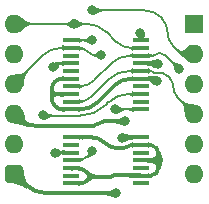
<source format=gtl>
%TF.GenerationSoftware,KiCad,Pcbnew,9.0.2*%
%TF.CreationDate,2025-06-17T11:02:49+02:00*%
%TF.ProjectId,HCP65 Native Memory Select,48435036-3520-44e6-9174-697665204d65,V0*%
%TF.SameCoordinates,Original*%
%TF.FileFunction,Copper,L1,Top*%
%TF.FilePolarity,Positive*%
%FSLAX46Y46*%
G04 Gerber Fmt 4.6, Leading zero omitted, Abs format (unit mm)*
G04 Created by KiCad (PCBNEW 9.0.2) date 2025-06-17 11:02:49*
%MOMM*%
%LPD*%
G01*
G04 APERTURE LIST*
G04 Aperture macros list*
%AMRoundRect*
0 Rectangle with rounded corners*
0 $1 Rounding radius*
0 $2 $3 $4 $5 $6 $7 $8 $9 X,Y pos of 4 corners*
0 Add a 4 corners polygon primitive as box body*
4,1,4,$2,$3,$4,$5,$6,$7,$8,$9,$2,$3,0*
0 Add four circle primitives for the rounded corners*
1,1,$1+$1,$2,$3*
1,1,$1+$1,$4,$5*
1,1,$1+$1,$6,$7*
1,1,$1+$1,$8,$9*
0 Add four rect primitives between the rounded corners*
20,1,$1+$1,$2,$3,$4,$5,0*
20,1,$1+$1,$4,$5,$6,$7,0*
20,1,$1+$1,$6,$7,$8,$9,0*
20,1,$1+$1,$8,$9,$2,$3,0*%
G04 Aperture macros list end*
%TA.AperFunction,ComponentPad*%
%ADD10R,1.600000X1.600000*%
%TD*%
%TA.AperFunction,ComponentPad*%
%ADD11O,1.600000X1.600000*%
%TD*%
%TA.AperFunction,ComponentPad*%
%ADD12RoundRect,0.400000X-0.400000X-0.400000X0.400000X-0.400000X0.400000X0.400000X-0.400000X0.400000X0*%
%TD*%
%TA.AperFunction,SMDPad,CuDef*%
%ADD13R,1.475000X0.450000*%
%TD*%
%TA.AperFunction,ViaPad*%
%ADD14C,0.800000*%
%TD*%
%TA.AperFunction,Conductor*%
%ADD15C,0.380000*%
%TD*%
%TA.AperFunction,Conductor*%
%ADD16C,0.200000*%
%TD*%
G04 APERTURE END LIST*
D10*
%TO.P,J2,12,Pin_12*%
%TO.N,GND*%
X15240000Y0D03*
D11*
%TO.P,J2,11,Pin_11*%
%TO.N,~{Native Latch}*%
X15240000Y-2540000D03*
%TO.P,J2,10,Pin_10*%
%TO.N,unconnected-(J2-Pin_10-Pad10)*%
X15240000Y-5080000D03*
%TO.P,J2,9,Pin_9*%
%TO.N,~{ROM_{OUT}}*%
X15240000Y-7620000D03*
%TO.P,J2,8,Pin_8*%
%TO.N,unconnected-(J2-Pin_8-Pad8)*%
X15240000Y-10160000D03*
%TO.P,J2,7,Pin_7*%
%TO.N,~{RAM_{OUT}}*%
X15240000Y-12700000D03*
D12*
%TO.P,J2,6,Pin_6*%
%TO.N,3.3V*%
X0Y-12700000D03*
D11*
%TO.P,J2,5,Pin_5*%
%TO.N,~{ROM}_{IN}*%
X0Y-10160000D03*
%TO.P,J2,4,Pin_4*%
%TO.N,5V*%
X0Y-7620000D03*
%TO.P,J2,3,Pin_3*%
%TO.N,~{RAM}_{IN}*%
X0Y-5080000D03*
%TO.P,J2,2,Pin_2*%
%TO.N,unconnected-(J2-Pin_2-Pad2)*%
X0Y-2540000D03*
%TO.P,J2,1,Pin_1*%
%TO.N,Native Latch*%
X0Y0D03*
%TD*%
D13*
%TO.P,IC2,14,3V*%
%TO.N,3.3V*%
X10685000Y-9607000D03*
%TO.P,IC2,13,6A*%
%TO.N,GND*%
X10685000Y-10257000D03*
%TO.P,IC2,12,6Y*%
%TO.N,unconnected-(IC2-6Y-Pad12)*%
X10685000Y-10907000D03*
%TO.P,IC2,11,5A*%
%TO.N,GND*%
X10685000Y-11557000D03*
%TO.P,IC2,10,5Y*%
%TO.N,unconnected-(IC2-5Y-Pad10)*%
X10685000Y-12207000D03*
%TO.P,IC2,9,4A*%
%TO.N,GND*%
X10685000Y-12857000D03*
%TO.P,IC2,8,4Y*%
%TO.N,unconnected-(IC2-4Y-Pad8)*%
X10685000Y-13507000D03*
%TO.P,IC2,7,GND*%
%TO.N,GND*%
X4809000Y-13507000D03*
%TO.P,IC2,6,3Y*%
%TO.N,unconnected-(IC2-3Y-Pad6)*%
X4809000Y-12857000D03*
%TO.P,IC2,5,3A*%
%TO.N,GND*%
X4809000Y-12207000D03*
%TO.P,IC2,4,2Y*%
%TO.N,~{Native Latch}*%
X4809000Y-11557000D03*
%TO.P,IC2,3,2A*%
%TO.N,Native Latch*%
X4809000Y-10907000D03*
%TO.P,IC2,2,1Y*%
%TO.N,unconnected-(IC2-1Y-Pad2)*%
X4809000Y-10257000D03*
%TO.P,IC2,1,1A*%
%TO.N,GND*%
X4809000Y-9607000D03*
%TD*%
%TO.P,IC3,20,5V*%
%TO.N,5V*%
X10685000Y-1393000D03*
%TO.P,IC3,19,2~{OE}*%
%TO.N,Native Latch*%
X10685000Y-2043000D03*
%TO.P,IC3,18,1B1*%
%TO.N,~{RAM_{OUT}}*%
X10685000Y-2693000D03*
%TO.P,IC3,17,2A4*%
%TO.N,GND*%
X10685000Y-3343000D03*
%TO.P,IC3,16,1B2*%
%TO.N,~{ROM_{OUT}}*%
X10685000Y-3993000D03*
%TO.P,IC3,15,2A3*%
%TO.N,GND*%
X10685000Y-4643000D03*
%TO.P,IC3,14,1B3*%
%TO.N,unconnected-(IC3-1B3-Pad14)*%
X10685000Y-5293000D03*
%TO.P,IC3,13,2A2*%
%TO.N,~{ROM}_{IN}*%
X10685000Y-5943000D03*
%TO.P,IC3,12,1B4*%
%TO.N,unconnected-(IC3-1B4-Pad12)*%
X10685000Y-6593000D03*
%TO.P,IC3,11,2A1*%
%TO.N,~{RAM}_{IN}*%
X10685000Y-7243000D03*
%TO.P,IC3,10,GND*%
%TO.N,GND*%
X4809000Y-7243000D03*
%TO.P,IC3,9,2B1*%
%TO.N,~{ROM_{OUT}}*%
X4809000Y-6593000D03*
%TO.P,IC3,8,1A4*%
%TO.N,GND*%
X4809000Y-5943000D03*
%TO.P,IC3,7,2B2*%
%TO.N,~{RAM_{OUT}}*%
X4809000Y-5293000D03*
%TO.P,IC3,6,1A3*%
%TO.N,GND*%
X4809000Y-4643000D03*
%TO.P,IC3,5,2B3*%
%TO.N,unconnected-(IC3-2B3-Pad5)*%
X4809000Y-3993000D03*
%TO.P,IC3,4,1A2*%
%TO.N,~{ROM}_{IN}*%
X4809000Y-3343000D03*
%TO.P,IC3,3,2B4*%
%TO.N,unconnected-(IC3-2B4-Pad3)*%
X4809000Y-2693000D03*
%TO.P,IC3,2,1A1*%
%TO.N,~{RAM}_{IN}*%
X4809000Y-2043000D03*
%TO.P,IC3,1,1~{OE}*%
%TO.N,~{Native Latch}*%
X4809000Y-1393000D03*
%TD*%
D14*
%TO.N,GND*%
X12065000Y-4866998D03*
X12128626Y-3366998D03*
%TO.N,~{RAM_{OUT}}*%
X13970000Y-3810000D03*
%TO.N,Native Latch*%
X5080000Y0D03*
X3429000Y-10922000D03*
%TO.N,~{RAM}_{IN}*%
X7366000Y-2667000D03*
%TO.N,GND*%
X12192000Y-11557000D03*
%TO.N,~{ROM}_{IN}*%
X2413000Y-7747000D03*
%TO.N,~{RAM}_{IN}*%
X8509000Y-7243000D03*
%TO.N,3.3V*%
X8636000Y-14351000D03*
X9144000Y-9652000D03*
%TO.N,~{ROM}_{IN}*%
X3302000Y-3683000D03*
%TO.N,5V*%
X9398000Y-8255000D03*
%TO.N,~{Native Latch}*%
X6604000Y-10795000D03*
X6604000Y-1397000D03*
X6604000Y1143000D03*
%TO.N,5V*%
X10668000Y-762000D03*
%TD*%
D15*
%TO.N,3.3V*%
X9220819Y-9607000D02*
G75*
G03*
X9166494Y-9629494I-19J-76800D01*
G01*
X825500Y-13525500D02*
G75*
G03*
X2818433Y-14350996I1992930J1992940D01*
G01*
%TO.N,5V*%
X7149982Y-8436500D02*
G75*
G02*
X6711802Y-8617996I-438182J438200D01*
G01*
X10676500Y-770500D02*
G75*
G02*
X10684991Y-791020I-20500J-20500D01*
G01*
X7588161Y-8255000D02*
G75*
G03*
X7149997Y-8436515I39J-619700D01*
G01*
X499000Y-8119000D02*
G75*
G03*
X1703692Y-8617999I1204690J1204690D01*
G01*
%TO.N,GND*%
X8459958Y-12827000D02*
G75*
G03*
X8326898Y-12882147I42J-188200D01*
G01*
X3542250Y-5969000D02*
G75*
G03*
X3175000Y-6336250I0J-367250D01*
G01*
X3175000Y-5601750D02*
G75*
G03*
X3542250Y-5969000I367250J0D01*
G01*
X3175000Y-6336250D02*
G75*
G03*
X3434686Y-6963182I886610J0D01*
G01*
X6104350Y-12545350D02*
G75*
G03*
X5287500Y-12207000I-816850J-816850D01*
G01*
X11997250Y-10451750D02*
G75*
G03*
X11527081Y-10257007I-470150J-470150D01*
G01*
X11953000Y-4754999D02*
G75*
G03*
X11682608Y-4642996I-270400J-270401D01*
G01*
X4056720Y-4643000D02*
G75*
G03*
X3433244Y-4901244I-20J-881700D01*
G01*
X11997250Y-10451750D02*
G75*
G02*
X12191993Y-10921918I-470150J-470150D01*
G01*
X6211375Y-13222125D02*
G75*
G03*
X6211375Y-12652375I-284875J284875D01*
G01*
X6899124Y-12937250D02*
G75*
G03*
X6211358Y-13222108I-24J-972650D01*
G01*
X6211375Y-12652375D02*
G75*
G03*
X6899124Y-12937225I687725J687775D01*
G01*
X7678987Y-10091987D02*
G75*
G03*
X8763000Y-10541008I1084013J1083987D01*
G01*
X6975362Y-6677137D02*
G75*
G02*
X5609250Y-7243002I-1366122J1366127D01*
G01*
X9847250Y-4643000D02*
G75*
G03*
X8417121Y-5235378I0J-2022510D01*
G01*
X9540000Y-10399000D02*
G75*
G02*
X9197181Y-10540992I-342800J342800D01*
G01*
X9882818Y-10257000D02*
G75*
G03*
X9539995Y-10398995I-18J-484800D01*
G01*
X7661000Y-10074000D02*
G75*
G03*
X6533562Y-9606996I-1127440J-1127430D01*
G01*
X6211375Y-13222125D02*
G75*
G02*
X5523625Y-13507025I-687775J687725D01*
G01*
X11997250Y-12662250D02*
G75*
G02*
X11527081Y-12856993I-470150J470150D01*
G01*
X3433250Y-4901250D02*
G75*
G03*
X3175009Y-5524720I623450J-623450D01*
G01*
X8326875Y-12882125D02*
G75*
G02*
X8193791Y-12937232I-133075J133125D01*
G01*
X12192000Y-12192081D02*
G75*
G02*
X11997255Y-12662255I-664900J-19D01*
G01*
X3444750Y-6973250D02*
G75*
G03*
X4095984Y-7243007I651250J651250D01*
G01*
X12116627Y-3354999D02*
G75*
G03*
X12087658Y-3343039I-28927J-29001D01*
G01*
X3175000Y-6336250D02*
X3175000Y-5601750D01*
D16*
%TO.N,~{RAM_{OUT}}*%
X11969589Y-2590750D02*
G75*
G02*
X11722735Y-2693026I-246889J246850D01*
G01*
X6778420Y-4778579D02*
G75*
G02*
X5536500Y-5292999I-1241920J1241919D01*
G01*
X12852380Y-2692380D02*
G75*
G03*
X12360169Y-2488524I-492180J-492220D01*
G01*
X12216442Y-2488500D02*
G75*
G03*
X11969569Y-2590730I-42J-349100D01*
G01*
X9774500Y-2693000D02*
G75*
G03*
X8220188Y-3336829I0J-2198100D01*
G01*
%TO.N,~{RAM}_{IN}*%
X6218416Y-2367246D02*
G75*
G03*
X6942085Y-2667017I723684J723646D01*
G01*
X6206170Y-2355000D02*
G75*
G03*
X5452935Y-2042965I-753270J-753200D01*
G01*
X3923000Y-2043000D02*
G75*
G03*
X2410502Y-2669495I0J-2139000D01*
G01*
%TO.N,~{Native Latch}*%
X12460085Y493913D02*
G75*
G02*
X12954007Y-698500I-1192385J-1192413D01*
G01*
X6602000Y-1395000D02*
G75*
G03*
X6597171Y-1393012I-4800J-4800D01*
G01*
X12382500Y571499D02*
G75*
G03*
X11002776Y1142990I-1379700J-1379699D01*
G01*
X6207220Y-11191779D02*
G75*
G02*
X5325500Y-11557011I-881720J881679D01*
G01*
X12954000Y-698500D02*
G75*
G03*
X13447920Y-1890908I1686300J0D01*
G01*
X13692888Y-2135888D02*
G75*
G03*
X14668500Y-2540007I975612J975588D01*
G01*
%TO.N,Native Latch*%
X3454606Y-10907000D02*
G75*
G03*
X3436498Y-10914498I-6J-25600D01*
G01*
X8614063Y-1502063D02*
G75*
G03*
X9920000Y-2042992I1305937J1305963D01*
G01*
X7830420Y-718420D02*
G75*
G03*
X6096000Y0I-1734420J-1734420D01*
G01*
%TO.N,~{ROM_{OUT}}*%
X6565912Y-6134087D02*
G75*
G02*
X5458000Y-6593006I-1107912J1107887D01*
G01*
X13131900Y-4578239D02*
G75*
G02*
X13462030Y-5375169I-796900J-796961D01*
G01*
X11686459Y-4056959D02*
G75*
G03*
X11840871Y-4120925I154441J154459D01*
G01*
X11686459Y-4056959D02*
G75*
G03*
X11532047Y-3992975I-154459J-154441D01*
G01*
X13001320Y-4447659D02*
G75*
G03*
X12212499Y-4120925I-788820J-788841D01*
G01*
X13462000Y-5375169D02*
G75*
G03*
X13792090Y-6172108I1127000J-31D01*
G01*
X9696000Y-3993000D02*
G75*
G03*
X8007663Y-4692320I0J-2387700D01*
G01*
%TO.N,~{ROM}_{IN}*%
X2424000Y-7758000D02*
G75*
G03*
X2450556Y-7769018I26600J26600D01*
G01*
X3882416Y-3343000D02*
G75*
G03*
X3471995Y-3512995I-16J-580400D01*
G01*
X9673500Y-5943000D02*
G75*
G03*
X7946757Y-6658234I0J-2442000D01*
G01*
X7749000Y-6856000D02*
G75*
G02*
X5544823Y-7769001I-2204180J2204180D01*
G01*
%TO.N,~{ROM_{OUT}}*%
X6565912Y-6134087D02*
X8007671Y-4692328D01*
X5458000Y-6593000D02*
X4809000Y-6593000D01*
X10685000Y-3993000D02*
X9696000Y-3993000D01*
D15*
%TO.N,GND*%
X9847250Y-4643000D02*
X10685000Y-4643000D01*
X6975362Y-6677137D02*
X8417121Y-5235378D01*
X5356250Y-7243000D02*
X5609250Y-7243000D01*
D16*
%TO.N,~{ROM}_{IN}*%
X2413000Y-7747000D02*
X2424000Y-7758000D01*
X2450556Y-7769000D02*
X5544823Y-7769000D01*
X7946761Y-6658238D02*
X7749000Y-6856000D01*
X9673500Y-5943000D02*
X10685000Y-5943000D01*
%TO.N,~{RAM_{OUT}}*%
X10685000Y-2693000D02*
X9774500Y-2693000D01*
X6778420Y-4778579D02*
X8220179Y-3336820D01*
X5536500Y-5293000D02*
X4809000Y-5293000D01*
%TO.N,Native Latch*%
X8614063Y-1502063D02*
X7830420Y-718420D01*
X9920000Y-2043000D02*
X10685000Y-2043000D01*
X5080000Y0D02*
X6096000Y0D01*
%TO.N,~{ROM_{OUT}}*%
X13792099Y-6172099D02*
X15240000Y-7620000D01*
X11840871Y-4120919D02*
X12212499Y-4120919D01*
X13131900Y-4578239D02*
X13001320Y-4447659D01*
X10685000Y-3993000D02*
X11532047Y-3993000D01*
%TO.N,~{Native Latch}*%
X6604000Y1143000D02*
X11002776Y1143000D01*
X12460085Y493913D02*
X12382500Y571499D01*
X13447914Y-1890914D02*
X13692888Y-2135888D01*
D15*
%TO.N,GND*%
X12087658Y-3343000D02*
X10685000Y-3343000D01*
X12128626Y-3366998D02*
X12116627Y-3354999D01*
X12065000Y-4866998D02*
X11953000Y-4754999D01*
X11682608Y-4643000D02*
X10685000Y-4643000D01*
D16*
%TO.N,~{RAM_{OUT}}*%
X12360169Y-2488500D02*
X12216442Y-2488500D01*
X11722735Y-2693000D02*
X10685000Y-2693000D01*
X13970000Y-3810000D02*
X12852380Y-2692380D01*
%TO.N,~{RAM}_{IN}*%
X6218416Y-2367246D02*
X6206170Y-2355000D01*
X5351585Y-2043000D02*
X5452935Y-2043000D01*
X6942085Y-2667000D02*
X7366000Y-2667000D01*
%TO.N,~{Native Latch}*%
X6597171Y-1393000D02*
X4809000Y-1393000D01*
X6602000Y-1395000D02*
X6604000Y-1397000D01*
%TO.N,Native Latch*%
X3436500Y-10914500D02*
X3429000Y-10922000D01*
X3454606Y-10907000D02*
X4809000Y-10907000D01*
D15*
%TO.N,5V*%
X9398000Y-8255000D02*
X7588161Y-8255000D01*
X6711802Y-8618000D02*
X1703692Y-8618000D01*
X499000Y-8119000D02*
X0Y-7620000D01*
D16*
%TO.N,~{RAM}_{IN}*%
X8509000Y-7243000D02*
X10685000Y-7243000D01*
D15*
%TO.N,GND*%
X3542250Y-5969000D02*
X4783000Y-5969000D01*
X3434684Y-6963184D02*
X3444750Y-6973250D01*
X3175000Y-5601750D02*
X3175000Y-5524720D01*
X4056720Y-4643000D02*
X4809000Y-4643000D01*
X4261750Y-7243000D02*
X4095984Y-7243000D01*
X8763000Y-10541000D02*
X9197181Y-10541000D01*
X7678987Y-10091987D02*
X7661000Y-10074000D01*
X6533562Y-9607000D02*
X4809000Y-9607000D01*
X10685000Y-10257000D02*
X9882818Y-10257000D01*
X12192000Y-11557000D02*
X10685000Y-11557000D01*
X12192000Y-11557000D02*
X12192000Y-10921918D01*
%TO.N,3.3V*%
X9166500Y-9629500D02*
X9144000Y-9652000D01*
X9220819Y-9607000D02*
X10685000Y-9607000D01*
%TO.N,GND*%
X12192000Y-11557000D02*
X12192000Y-12192081D01*
X11527081Y-10257000D02*
X10685000Y-10257000D01*
X11527081Y-12857000D02*
X10685000Y-12857000D01*
X6899124Y-12937250D02*
X8193791Y-12937250D01*
X8459958Y-12827000D02*
X10655000Y-12827000D01*
X5523625Y-13507000D02*
X4809000Y-13507000D01*
X6104350Y-12545350D02*
X6211375Y-12652375D01*
D16*
%TO.N,~{Native Latch}*%
X6604000Y-10795000D02*
X6207220Y-11191779D01*
D15*
%TO.N,3.3V*%
X8636000Y-14351000D02*
X2818433Y-14351000D01*
X825500Y-13525500D02*
X0Y-12700000D01*
D16*
%TO.N,~{ROM}_{IN}*%
X3302000Y-3683000D02*
X3472000Y-3513000D01*
X3882416Y-3343000D02*
X4809000Y-3343000D01*
%TO.N,~{RAM}_{IN}*%
X2410503Y-2669496D02*
X0Y-5080000D01*
X4266415Y-2043000D02*
X3923000Y-2043000D01*
D15*
%TO.N,5V*%
X10668000Y-762000D02*
X10676500Y-770500D01*
X10685000Y-791020D02*
X10685000Y-1393000D01*
D16*
%TO.N,Native Latch*%
X5080000Y0D02*
X0Y0D01*
%TD*%
%TA.AperFunction,Conductor*%
%TO.N,5V*%
G36*
X670848Y-7185824D02*
G01*
X671339Y-7186630D01*
X759551Y-7345297D01*
X760329Y-7347006D01*
X817919Y-7506381D01*
X818341Y-7507840D01*
X851333Y-7657582D01*
X851489Y-7658442D01*
X871509Y-7798389D01*
X900398Y-7978705D01*
X922222Y-8042477D01*
X944045Y-8106248D01*
X944046Y-8106249D01*
X944045Y-8106249D01*
X992908Y-8176694D01*
X1014490Y-8207808D01*
X1065048Y-8253807D01*
X1127895Y-8296431D01*
X1210567Y-8338240D01*
X1210575Y-8338243D01*
X1210580Y-8338245D01*
X1300617Y-8372103D01*
X1307155Y-8378222D01*
X1307626Y-8386669D01*
X1197195Y-8726542D01*
X1191380Y-8733352D01*
X1182687Y-8734127D01*
X1061701Y-8697602D01*
X617882Y-8563615D01*
X151588Y-8464705D01*
X-144562Y-8406875D01*
X-152025Y-8401926D01*
X-153803Y-8393150D01*
X-153798Y-8393124D01*
X-8609Y-7658442D01*
X-1893Y-7624460D01*
X3072Y-7617009D01*
X3079Y-7617003D01*
X654624Y-7182579D01*
X663407Y-7180842D01*
X670848Y-7185824D01*
G37*
%TD.AperFunction*%
%TD*%
%TA.AperFunction,Conductor*%
%TO.N,GND*%
G36*
X5546463Y-12062279D02*
G01*
X5550472Y-12066850D01*
X5563648Y-12093629D01*
X5608028Y-12113127D01*
X5736105Y-12126258D01*
X5828530Y-12136491D01*
X5836374Y-12140808D01*
X5838870Y-12149408D01*
X5837666Y-12153432D01*
X5679441Y-12463964D01*
X5672631Y-12469779D01*
X5663704Y-12469077D01*
X5662516Y-12468380D01*
X5624731Y-12443133D01*
X5566248Y-12431500D01*
X5515082Y-12431500D01*
X5511875Y-12431052D01*
X5466795Y-12418201D01*
X5466789Y-12418200D01*
X5325381Y-12397873D01*
X5250000Y-12387038D01*
X5249999Y-12387038D01*
X5249992Y-12387037D01*
X5029169Y-12390604D01*
X4814715Y-12429417D01*
X4805963Y-12427518D01*
X4801118Y-12419988D01*
X4800938Y-12417512D01*
X4807794Y-12215804D01*
X4811500Y-12207653D01*
X4817189Y-12204729D01*
X5537679Y-12060542D01*
X5546463Y-12062279D01*
G37*
%TD.AperFunction*%
%TD*%
%TA.AperFunction,Conductor*%
%TO.N,GND*%
G36*
X11842824Y-4433825D02*
G01*
X11969938Y-4445218D01*
X11970826Y-4445332D01*
X12131209Y-4472668D01*
X12138789Y-4477437D01*
X12140777Y-4486168D01*
X12140724Y-4486456D01*
X12066453Y-4864687D01*
X12064687Y-4868953D01*
X11849685Y-5189286D01*
X11842229Y-5194246D01*
X11833450Y-5192481D01*
X11832894Y-5192083D01*
X11774852Y-5148002D01*
X11773783Y-5147084D01*
X11721377Y-5096259D01*
X11720363Y-5095141D01*
X11642810Y-4997587D01*
X11642543Y-4997236D01*
X11626818Y-4975747D01*
X11626812Y-4975740D01*
X11557464Y-4897723D01*
X11519785Y-4871650D01*
X11519786Y-4871650D01*
X11519784Y-4871649D01*
X11519782Y-4871648D01*
X11486333Y-4857124D01*
X11473711Y-4851643D01*
X11427122Y-4841275D01*
X11411636Y-4837829D01*
X11344241Y-4833676D01*
X11336195Y-4829747D01*
X11333261Y-4821998D01*
X11333261Y-4464236D01*
X11336688Y-4455963D01*
X11344487Y-4452546D01*
X11642241Y-4440525D01*
X11841396Y-4433786D01*
X11842824Y-4433825D01*
G37*
%TD.AperFunction*%
%TD*%
%TA.AperFunction,Conductor*%
%TO.N,GND*%
G36*
X5544199Y-13286283D02*
G01*
X5549890Y-13293197D01*
X5549897Y-13293218D01*
X5559435Y-13324711D01*
X5592260Y-13335365D01*
X5592262Y-13335365D01*
X5592265Y-13335366D01*
X5636026Y-13325655D01*
X5681599Y-13307329D01*
X5681903Y-13307213D01*
X5718691Y-13293902D01*
X5727635Y-13294310D01*
X5733672Y-13300923D01*
X5734145Y-13302621D01*
X5802684Y-13647136D01*
X5800937Y-13655919D01*
X5793492Y-13660894D01*
X5790539Y-13661100D01*
X5724459Y-13657307D01*
X5724459Y-13657306D01*
X5612551Y-13651469D01*
X5612547Y-13651469D01*
X5564443Y-13667465D01*
X5551242Y-13684081D01*
X5548936Y-13695729D01*
X5543968Y-13703179D01*
X5535186Y-13704933D01*
X5534388Y-13704746D01*
X5528626Y-13703179D01*
X4847168Y-13517842D01*
X4840085Y-13512364D01*
X4838949Y-13503481D01*
X4844427Y-13496398D01*
X4846823Y-13495362D01*
X5535287Y-13285419D01*
X5544199Y-13286283D01*
G37*
%TD.AperFunction*%
%TD*%
%TA.AperFunction,Conductor*%
%TO.N,GND*%
G36*
X4084363Y-7021922D02*
G01*
X4771076Y-7231331D01*
X4777990Y-7237022D01*
X4778854Y-7245935D01*
X4773163Y-7252849D01*
X4770718Y-7253816D01*
X4083701Y-7439683D01*
X4074821Y-7438536D01*
X4069352Y-7431444D01*
X4069150Y-7430563D01*
X4067157Y-7420027D01*
X4055027Y-7403790D01*
X4055025Y-7403788D01*
X4034217Y-7395773D01*
X4012788Y-7387518D01*
X4012786Y-7387518D01*
X3894129Y-7392183D01*
X3827542Y-7395773D01*
X3819096Y-7392796D01*
X3815229Y-7384720D01*
X3815436Y-7381812D01*
X3883963Y-7037323D01*
X3888938Y-7029879D01*
X3897721Y-7028132D01*
X3899485Y-7028629D01*
X3936397Y-7042252D01*
X4015754Y-7069971D01*
X4053939Y-7064452D01*
X4066805Y-7047645D01*
X4069396Y-7031283D01*
X4074075Y-7023649D01*
X4082782Y-7021558D01*
X4084363Y-7021922D01*
G37*
%TD.AperFunction*%
%TD*%
%TA.AperFunction,Conductor*%
%TO.N,~{RAM_{OUT}}*%
G36*
X5541749Y-5073030D02*
G01*
X5547439Y-5079944D01*
X5547566Y-5080390D01*
X5551989Y-5097270D01*
X5555585Y-5110992D01*
X5573821Y-5136102D01*
X5615425Y-5161622D01*
X5665364Y-5174266D01*
X5665368Y-5174267D01*
X5744923Y-5176401D01*
X5753101Y-5180049D01*
X5756165Y-5186267D01*
X5784038Y-5362254D01*
X5781947Y-5370961D01*
X5774312Y-5375640D01*
X5773929Y-5375694D01*
X5709020Y-5383785D01*
X5616216Y-5411965D01*
X5616214Y-5411966D01*
X5564391Y-5451508D01*
X5564390Y-5451509D01*
X5551235Y-5475731D01*
X5551234Y-5475735D01*
X5548627Y-5491618D01*
X5543906Y-5499227D01*
X5535187Y-5501268D01*
X5533862Y-5500971D01*
X4846067Y-5304051D01*
X4839056Y-5298479D01*
X4838039Y-5289583D01*
X4843611Y-5282572D01*
X4845872Y-5281613D01*
X5532838Y-5072165D01*
X5541749Y-5073030D01*
G37*
%TD.AperFunction*%
%TD*%
%TA.AperFunction,Conductor*%
%TO.N,~{RAM}_{IN}*%
G36*
X5543814Y-1856330D02*
G01*
X5549199Y-1863485D01*
X5549254Y-1863707D01*
X5554160Y-1884383D01*
X5570162Y-1905233D01*
X5575010Y-1911550D01*
X5575011Y-1911552D01*
X5643513Y-1952457D01*
X5643515Y-1952458D01*
X5726463Y-1978647D01*
X5726465Y-1978648D01*
X5791749Y-1992550D01*
X5799127Y-1997624D01*
X5800755Y-2006430D01*
X5800121Y-2008471D01*
X5732421Y-2171895D01*
X5726089Y-2178227D01*
X5720181Y-2179029D01*
X5680509Y-2174139D01*
X5608429Y-2181547D01*
X5564072Y-2210465D01*
X5551196Y-2235052D01*
X5551195Y-2235055D01*
X5548428Y-2254471D01*
X5543868Y-2262178D01*
X5535194Y-2264403D01*
X5533429Y-2264010D01*
X4847833Y-2054752D01*
X4840921Y-2049060D01*
X4840059Y-2040146D01*
X4845751Y-2033234D01*
X4848322Y-2032234D01*
X5534948Y-1855079D01*
X5543814Y-1856330D01*
G37*
%TD.AperFunction*%
%TD*%
%TA.AperFunction,Conductor*%
%TO.N,~{Native Latch}*%
G36*
X5542905Y-11336679D02*
G01*
X5548597Y-11343592D01*
X5548906Y-11344853D01*
X5552409Y-11363564D01*
X5552409Y-11363565D01*
X5552410Y-11363566D01*
X5568404Y-11384156D01*
X5620217Y-11399942D01*
X5681088Y-11394430D01*
X5721713Y-11384716D01*
X5730556Y-11386125D01*
X5735561Y-11392479D01*
X5790177Y-11560565D01*
X5789475Y-11569493D01*
X5782666Y-11575308D01*
X5782020Y-11575498D01*
X5777451Y-11576697D01*
X5773816Y-11577651D01*
X5773783Y-11577660D01*
X5773782Y-11577659D01*
X5726937Y-11590247D01*
X5726933Y-11590249D01*
X5726925Y-11590251D01*
X5726921Y-11590253D01*
X5620579Y-11630379D01*
X5620576Y-11630380D01*
X5620576Y-11630381D01*
X5564423Y-11673326D01*
X5550065Y-11711672D01*
X5543954Y-11718218D01*
X5536573Y-11718991D01*
X4851463Y-11566944D01*
X4844129Y-11561806D01*
X4842576Y-11552987D01*
X4847714Y-11545653D01*
X4850584Y-11544331D01*
X5533995Y-11335815D01*
X5542905Y-11336679D01*
G37*
%TD.AperFunction*%
%TD*%
%TA.AperFunction,Conductor*%
%TO.N,~{Native Latch}*%
G36*
X15080527Y-1759964D02*
G01*
X15086179Y-1766910D01*
X15086442Y-1767968D01*
X15239767Y-2535929D01*
X15238026Y-2544713D01*
X15238013Y-2544732D01*
X14802133Y-3195340D01*
X14794681Y-3200306D01*
X14785901Y-3198548D01*
X14785787Y-3198471D01*
X14492387Y-2996863D01*
X14491918Y-2996523D01*
X14284688Y-2838484D01*
X14284021Y-2837935D01*
X14114968Y-2688040D01*
X14114559Y-2687660D01*
X13926005Y-2503697D01*
X13925988Y-2503680D01*
X13674846Y-2257629D01*
X13671335Y-2249392D01*
X13674621Y-2241141D01*
X13723637Y-2190422D01*
X13797975Y-2113499D01*
X13806188Y-2109933D01*
X13813880Y-2112644D01*
X13907150Y-2190422D01*
X13999968Y-2241217D01*
X13999970Y-2241217D01*
X13999971Y-2241218D01*
X14033351Y-2249392D01*
X14086037Y-2262294D01*
X14086037Y-2262293D01*
X14086038Y-2262294D01*
X14090224Y-2262066D01*
X14167410Y-2257880D01*
X14246139Y-2232199D01*
X14324279Y-2189479D01*
X14486998Y-2069827D01*
X14536760Y-2031038D01*
X14537199Y-2030713D01*
X14722231Y-1900619D01*
X14723648Y-1899766D01*
X14898510Y-1810952D01*
X14900442Y-1810180D01*
X15071620Y-1759048D01*
X15080527Y-1759964D01*
G37*
%TD.AperFunction*%
%TD*%
%TA.AperFunction,Conductor*%
%TO.N,~{ROM_{OUT}}*%
G36*
X5542461Y-6372813D02*
G01*
X5548151Y-6379727D01*
X5548528Y-6381386D01*
X5551285Y-6399582D01*
X5564474Y-6423860D01*
X5605340Y-6452597D01*
X5657960Y-6464812D01*
X5743254Y-6462599D01*
X5751611Y-6465810D01*
X5755111Y-6472465D01*
X5782975Y-6648380D01*
X5780885Y-6657087D01*
X5773316Y-6661755D01*
X5713239Y-6671625D01*
X5617225Y-6702316D01*
X5564387Y-6742313D01*
X5550088Y-6783353D01*
X5544129Y-6790038D01*
X5535973Y-6790794D01*
X5533188Y-6790038D01*
X5357403Y-6742313D01*
X4847201Y-6603795D01*
X4840115Y-6598320D01*
X4838976Y-6589438D01*
X4844451Y-6582352D01*
X4846850Y-6581314D01*
X5533550Y-6371948D01*
X5542461Y-6372813D01*
G37*
%TD.AperFunction*%
%TD*%
%TA.AperFunction,Conductor*%
%TO.N,~{ROM}_{IN}*%
G36*
X3973022Y-3242849D02*
G01*
X3981249Y-3246383D01*
X3984569Y-3254548D01*
X3984569Y-3432867D01*
X3981142Y-3441140D01*
X3974540Y-3444447D01*
X3872912Y-3459110D01*
X3872907Y-3459111D01*
X3834528Y-3478327D01*
X3805122Y-3504160D01*
X3805120Y-3504161D01*
X3765237Y-3573228D01*
X3737306Y-3661350D01*
X3737295Y-3661385D01*
X3700067Y-3777572D01*
X3699329Y-3779353D01*
X3640578Y-3893580D01*
X3633747Y-3899370D01*
X3624823Y-3898633D01*
X3623687Y-3897966D01*
X3305055Y-3685701D01*
X3300070Y-3678262D01*
X3300061Y-3678218D01*
X3279445Y-3573228D01*
X3226307Y-3302619D01*
X3228076Y-3293843D01*
X3235534Y-3288886D01*
X3235969Y-3288809D01*
X3529726Y-3242882D01*
X3531388Y-3242744D01*
X3762598Y-3240113D01*
X3762763Y-3240113D01*
X3973022Y-3242849D01*
G37*
%TD.AperFunction*%
%TD*%
%TA.AperFunction,Conductor*%
%TO.N,~{ROM_{OUT}}*%
G36*
X9960455Y-3771947D02*
G01*
X10341262Y-3887968D01*
X10649265Y-3981808D01*
X10656180Y-3987497D01*
X10657047Y-3996410D01*
X10651358Y-4003325D01*
X10649265Y-4004192D01*
X9961223Y-4213818D01*
X9952310Y-4212951D01*
X9946621Y-4206036D01*
X9946559Y-4205824D01*
X9937393Y-4173571D01*
X9937393Y-4173570D01*
X9917482Y-4147080D01*
X9899430Y-4135614D01*
X9872686Y-4118628D01*
X9872684Y-4118627D01*
X9872682Y-4118626D01*
X9819003Y-4102260D01*
X9818988Y-4102257D01*
X9733082Y-4094014D01*
X9725174Y-4089813D01*
X9722500Y-4082368D01*
X9722500Y-3903913D01*
X9725927Y-3895640D01*
X9733384Y-3892242D01*
X9794760Y-3887968D01*
X9880125Y-3863990D01*
X9929672Y-3825042D01*
X9942772Y-3799356D01*
X9945480Y-3781394D01*
X9950102Y-3773726D01*
X9958794Y-3771571D01*
X9960455Y-3771947D01*
G37*
%TD.AperFunction*%
%TD*%
%TA.AperFunction,Conductor*%
%TO.N,GND*%
G36*
X9960710Y-4422327D02*
G01*
X10649235Y-4631801D01*
X10656153Y-4637487D01*
X10657023Y-4646399D01*
X10651337Y-4653317D01*
X10649240Y-4654186D01*
X9960001Y-4864190D01*
X9951088Y-4863323D01*
X9945399Y-4856408D01*
X9945095Y-4855170D01*
X9939121Y-4823301D01*
X9939120Y-4823300D01*
X9939120Y-4823299D01*
X9917793Y-4807657D01*
X9889236Y-4810786D01*
X9889229Y-4810788D01*
X9859417Y-4822296D01*
X9858828Y-4822505D01*
X9840655Y-4828426D01*
X9831728Y-4827731D01*
X9825907Y-4820926D01*
X9825333Y-4817481D01*
X9820177Y-4469458D01*
X9823481Y-4461136D01*
X9831703Y-4457587D01*
X9835305Y-4458100D01*
X9854939Y-4464126D01*
X9855158Y-4464196D01*
X9896900Y-4478084D01*
X9896900Y-4478083D01*
X9896901Y-4478084D01*
X9913661Y-4475384D01*
X9930422Y-4472685D01*
X9942865Y-4453658D01*
X9945705Y-4431997D01*
X9950178Y-4424242D01*
X9958826Y-4421919D01*
X9960710Y-4422327D01*
G37*
%TD.AperFunction*%
%TD*%
%TA.AperFunction,Conductor*%
%TO.N,GND*%
G36*
X5543697Y-7022437D02*
G01*
X5549388Y-7029351D01*
X5549532Y-7029866D01*
X5557969Y-7062878D01*
X5587106Y-7078503D01*
X5626005Y-7075269D01*
X5666585Y-7063621D01*
X5666940Y-7063527D01*
X5698280Y-7055862D01*
X5707130Y-7057225D01*
X5712424Y-7064447D01*
X5712659Y-7065700D01*
X5758478Y-7413733D01*
X5756160Y-7422383D01*
X5748405Y-7426860D01*
X5744876Y-7426787D01*
X5702815Y-7419483D01*
X5606808Y-7405347D01*
X5606807Y-7405347D01*
X5564240Y-7419217D01*
X5551217Y-7437867D01*
X5548665Y-7453379D01*
X5543940Y-7460986D01*
X5535221Y-7463025D01*
X5533732Y-7462679D01*
X4844886Y-7254286D01*
X4837960Y-7248610D01*
X4837075Y-7239699D01*
X4842751Y-7232773D01*
X4844859Y-7231896D01*
X5534785Y-7021571D01*
X5543697Y-7022437D01*
G37*
%TD.AperFunction*%
%TD*%
%TA.AperFunction,Conductor*%
%TO.N,~{ROM}_{IN}*%
G36*
X2644676Y-7421328D02*
G01*
X2645057Y-7421594D01*
X2791803Y-7528830D01*
X2791814Y-7528838D01*
X2791813Y-7528838D01*
X2890887Y-7600887D01*
X2890895Y-7600892D01*
X2890896Y-7600892D01*
X2890897Y-7600893D01*
X3000693Y-7648738D01*
X3077429Y-7662009D01*
X3088744Y-7663967D01*
X3095373Y-7664253D01*
X3194120Y-7668516D01*
X3202236Y-7672296D01*
X3205314Y-7680205D01*
X3205314Y-7858143D01*
X3201887Y-7866416D01*
X3194488Y-7869810D01*
X3070964Y-7879061D01*
X2970955Y-7906059D01*
X2970953Y-7906060D01*
X2892621Y-7945207D01*
X2892615Y-7945211D01*
X2823273Y-7991734D01*
X2786728Y-8017132D01*
X2785763Y-8017735D01*
X2660339Y-8087895D01*
X2658656Y-8088668D01*
X2584362Y-8115921D01*
X2583170Y-8116288D01*
X2502923Y-8136343D01*
X2494066Y-8135024D01*
X2488735Y-8127829D01*
X2488616Y-8127303D01*
X2466542Y-8017735D01*
X2412963Y-7751780D01*
X2414689Y-7742994D01*
X2414718Y-7742950D01*
X2628442Y-7424522D01*
X2635897Y-7419563D01*
X2644676Y-7421328D01*
G37*
%TD.AperFunction*%
%TD*%
%TA.AperFunction,Conductor*%
%TO.N,~{ROM}_{IN}*%
G36*
X9960455Y-5721947D02*
G01*
X10341262Y-5837968D01*
X10649265Y-5931808D01*
X10656180Y-5937497D01*
X10657047Y-5946410D01*
X10651358Y-5953325D01*
X10649265Y-5954192D01*
X9961223Y-6163818D01*
X9952310Y-6162951D01*
X9946621Y-6156036D01*
X9946559Y-6155824D01*
X9937393Y-6123571D01*
X9937393Y-6123570D01*
X9917482Y-6097080D01*
X9899430Y-6085614D01*
X9872686Y-6068628D01*
X9872684Y-6068627D01*
X9872682Y-6068626D01*
X9819003Y-6052260D01*
X9818988Y-6052257D01*
X9733082Y-6044014D01*
X9725174Y-6039813D01*
X9722500Y-6032368D01*
X9722500Y-5853913D01*
X9725927Y-5845640D01*
X9733384Y-5842242D01*
X9794760Y-5837968D01*
X9880125Y-5813990D01*
X9929672Y-5775042D01*
X9942772Y-5749356D01*
X9945480Y-5731394D01*
X9950102Y-5723726D01*
X9958794Y-5721571D01*
X9960455Y-5721947D01*
G37*
%TD.AperFunction*%
%TD*%
%TA.AperFunction,Conductor*%
%TO.N,~{RAM_{OUT}}*%
G36*
X9960703Y-2472022D02*
G01*
X10649265Y-2681794D01*
X10656179Y-2687483D01*
X10657046Y-2696396D01*
X10651357Y-2703311D01*
X10649264Y-2704178D01*
X9960842Y-2913931D01*
X9951929Y-2913064D01*
X9946240Y-2906149D01*
X9945906Y-2904748D01*
X9940887Y-2875948D01*
X9940887Y-2875947D01*
X9925209Y-2847014D01*
X9925208Y-2847013D01*
X9891768Y-2818593D01*
X9851281Y-2802241D01*
X9786106Y-2794231D01*
X9778312Y-2789820D01*
X9775834Y-2782792D01*
X9773180Y-2604242D01*
X9776484Y-2595922D01*
X9784228Y-2592389D01*
X9810891Y-2590911D01*
X9883978Y-2570962D01*
X9929936Y-2531860D01*
X9942805Y-2503643D01*
X9945697Y-2481684D01*
X9950174Y-2473933D01*
X9958824Y-2471615D01*
X9960703Y-2472022D01*
G37*
%TD.AperFunction*%
%TD*%
%TA.AperFunction,Conductor*%
%TO.N,Native Latch*%
G36*
X9960658Y-1822011D02*
G01*
X10061322Y-1852703D01*
X10648829Y-2031827D01*
X10655743Y-2037517D01*
X10656608Y-2046430D01*
X10650918Y-2053344D01*
X10648753Y-2054232D01*
X9958638Y-2259527D01*
X9949731Y-2258602D01*
X9944111Y-2251725D01*
X9930107Y-2205793D01*
X9888986Y-2170184D01*
X9835268Y-2149054D01*
X9835265Y-2149053D01*
X9746509Y-2136813D01*
X9738781Y-2132288D01*
X9736517Y-2123625D01*
X9736551Y-2123393D01*
X9747505Y-2054232D01*
X9764452Y-1947225D01*
X9769131Y-1939592D01*
X9775664Y-1937362D01*
X9809384Y-1936376D01*
X9883715Y-1917762D01*
X9929901Y-1880097D01*
X9929901Y-1880096D01*
X9929902Y-1880096D01*
X9942799Y-1852703D01*
X9942800Y-1852701D01*
X9945653Y-1831631D01*
X9950159Y-1823895D01*
X9958817Y-1821609D01*
X9960658Y-1822011D01*
G37*
%TD.AperFunction*%
%TD*%
%TA.AperFunction,Conductor*%
%TO.N,Native Latch*%
G36*
X5170093Y389053D02*
G01*
X5272213Y361442D01*
X5273871Y360857D01*
X5360930Y322550D01*
X5362799Y321515D01*
X5492679Y233162D01*
X5492837Y233052D01*
X5590353Y164335D01*
X5704937Y118068D01*
X5780332Y104758D01*
X5780341Y104757D01*
X5861219Y100573D01*
X5869304Y96724D01*
X5872314Y88889D01*
X5872314Y-89215D01*
X5868887Y-97488D01*
X5861565Y-100876D01*
X5737879Y-110958D01*
X5638285Y-140312D01*
X5638283Y-140313D01*
X5560821Y-182786D01*
X5492709Y-233146D01*
X5442372Y-271265D01*
X5441198Y-272048D01*
X5321352Y-341858D01*
X5319569Y-342704D01*
X5247822Y-369592D01*
X5246578Y-369981D01*
X5189235Y-384444D01*
X5169942Y-389310D01*
X5161083Y-388011D01*
X5155736Y-380828D01*
X5155611Y-380277D01*
X5153458Y-369592D01*
X5079465Y-2308D01*
X5079465Y2308D01*
X5155569Y380070D01*
X5160563Y387503D01*
X5169350Y389229D01*
X5170093Y389053D01*
G37*
%TD.AperFunction*%
%TD*%
%TA.AperFunction,Conductor*%
%TO.N,~{ROM_{OUT}}*%
G36*
X14198474Y-6436547D02*
G01*
X14301601Y-6533364D01*
X14301604Y-6533366D01*
X14301606Y-6533368D01*
X14401640Y-6613216D01*
X14493572Y-6671992D01*
X14580664Y-6713356D01*
X14639579Y-6732378D01*
X14666175Y-6740966D01*
X14666177Y-6740966D01*
X14666179Y-6740967D01*
X14753377Y-6758485D01*
X14945873Y-6777876D01*
X15091514Y-6790305D01*
X15092193Y-6790384D01*
X15383923Y-6833573D01*
X15391606Y-6838175D01*
X15393784Y-6846860D01*
X15393688Y-6847418D01*
X15242227Y-7613020D01*
X15237259Y-7620470D01*
X15233020Y-7622227D01*
X14467315Y-7773709D01*
X14458534Y-7771952D01*
X14453566Y-7764502D01*
X14453492Y-7764088D01*
X14416213Y-7526351D01*
X14416123Y-7525616D01*
X14397876Y-7325876D01*
X14397876Y-7325873D01*
X14372748Y-7099645D01*
X14327165Y-6945514D01*
X14288254Y-6866921D01*
X14235073Y-6784227D01*
X14154608Y-6683032D01*
X14056538Y-6578473D01*
X14053379Y-6570095D01*
X14056799Y-6562198D01*
X14182194Y-6436803D01*
X14190466Y-6433377D01*
X14198474Y-6436547D01*
G37*
%TD.AperFunction*%
%TD*%
%TA.AperFunction,Conductor*%
%TO.N,~{ROM_{OUT}}*%
G36*
X11418434Y-3773673D02*
G01*
X11424113Y-3780597D01*
X11424489Y-3782273D01*
X11427944Y-3805566D01*
X11447013Y-3840444D01*
X11476058Y-3865975D01*
X11548371Y-3894415D01*
X11597709Y-3899959D01*
X11598082Y-3900001D01*
X11605921Y-3904330D01*
X11608403Y-3912934D01*
X11607585Y-3916107D01*
X11539313Y-4080867D01*
X11532980Y-4087198D01*
X11531020Y-4087814D01*
X11480215Y-4099001D01*
X11439669Y-4138668D01*
X11427146Y-4172557D01*
X11427145Y-4172561D01*
X11423946Y-4203846D01*
X11419695Y-4211728D01*
X11411117Y-4214295D01*
X11408891Y-4213846D01*
X10720871Y-4003848D01*
X10713959Y-3998156D01*
X10713097Y-3989242D01*
X10718789Y-3982330D01*
X10720887Y-3981463D01*
X11409523Y-3772793D01*
X11418434Y-3773673D01*
G37*
%TD.AperFunction*%
%TD*%
%TA.AperFunction,Conductor*%
%TO.N,~{Native Latch}*%
G36*
X6694093Y1532053D02*
G01*
X6796213Y1504442D01*
X6797871Y1503857D01*
X6884930Y1465550D01*
X6886799Y1464515D01*
X7016679Y1376162D01*
X7016837Y1376052D01*
X7114353Y1307335D01*
X7228937Y1261068D01*
X7304332Y1247758D01*
X7304341Y1247757D01*
X7385219Y1243573D01*
X7393304Y1239724D01*
X7396314Y1231889D01*
X7396314Y1053784D01*
X7392887Y1045511D01*
X7385565Y1042123D01*
X7261880Y1032042D01*
X7162287Y1002688D01*
X7162285Y1002687D01*
X7162283Y1002686D01*
X7084821Y960213D01*
X7084820Y960212D01*
X7016763Y909894D01*
X6966359Y871724D01*
X6965202Y870953D01*
X6845351Y801141D01*
X6843570Y800296D01*
X6776730Y775246D01*
X6771822Y773407D01*
X6770583Y773019D01*
X6693939Y753688D01*
X6685083Y754988D01*
X6679736Y762171D01*
X6679611Y762722D01*
X6677505Y773178D01*
X6603465Y1140691D01*
X6603465Y1145308D01*
X6679569Y1523070D01*
X6684563Y1530503D01*
X6693350Y1532229D01*
X6694093Y1532053D01*
G37*
%TD.AperFunction*%
%TD*%
%TA.AperFunction,Conductor*%
%TO.N,GND*%
G36*
X11418511Y-3122797D02*
G01*
X11424200Y-3129712D01*
X11424569Y-3131326D01*
X11426646Y-3144699D01*
X11426646Y-3144700D01*
X11438183Y-3162811D01*
X11438182Y-3162811D01*
X11478014Y-3178452D01*
X11478014Y-3178451D01*
X11478015Y-3178452D01*
X11531182Y-3175291D01*
X11586705Y-3163723D01*
X11587022Y-3163662D01*
X11633770Y-3155420D01*
X11642511Y-3157358D01*
X11647322Y-3164910D01*
X11647500Y-3166942D01*
X11647500Y-3519056D01*
X11644073Y-3527329D01*
X11635800Y-3530756D01*
X11633769Y-3530578D01*
X11586864Y-3522308D01*
X11483489Y-3507158D01*
X11440293Y-3521279D01*
X11427222Y-3539782D01*
X11424700Y-3554854D01*
X11419955Y-3562448D01*
X11411230Y-3564462D01*
X11409751Y-3564115D01*
X10862634Y-3397424D01*
X10720733Y-3354191D01*
X10713819Y-3348503D01*
X10712952Y-3339590D01*
X10718641Y-3332675D01*
X10720732Y-3331808D01*
X11409600Y-3121930D01*
X11418511Y-3122797D01*
G37*
%TD.AperFunction*%
%TD*%
%TA.AperFunction,Conductor*%
%TO.N,GND*%
G36*
X12047388Y-2979113D02*
G01*
X12052878Y-2986187D01*
X12053064Y-2986967D01*
X12129160Y-3364687D01*
X12129160Y-3369309D01*
X12053004Y-3747324D01*
X12048010Y-3754757D01*
X12039223Y-3756483D01*
X12038719Y-3756369D01*
X11942411Y-3732499D01*
X11941268Y-3732153D01*
X11856400Y-3701640D01*
X11855057Y-3701060D01*
X11725414Y-3635168D01*
X11725156Y-3635033D01*
X11652937Y-3596036D01*
X11652936Y-3596035D01*
X11652933Y-3596034D01*
X11525457Y-3550882D01*
X11441302Y-3537735D01*
X11441295Y-3537734D01*
X11441291Y-3537734D01*
X11347485Y-3533503D01*
X11339374Y-3529707D01*
X11336312Y-3521815D01*
X11336312Y-3164179D01*
X11339739Y-3155906D01*
X11347478Y-3152491D01*
X11474745Y-3146697D01*
X11474755Y-3146695D01*
X11474760Y-3146695D01*
X11578674Y-3129518D01*
X11578674Y-3129517D01*
X11578680Y-3129517D01*
X11738787Y-3072897D01*
X11838367Y-3032890D01*
X11839611Y-3032472D01*
X12038504Y-2977994D01*
X12047388Y-2979113D01*
G37*
%TD.AperFunction*%
%TD*%
%TA.AperFunction,Conductor*%
%TO.N,GND*%
G36*
X11418511Y-4422797D02*
G01*
X11424200Y-4429712D01*
X11424569Y-4431326D01*
X11426646Y-4444699D01*
X11426646Y-4444700D01*
X11438183Y-4462811D01*
X11438182Y-4462811D01*
X11478014Y-4478452D01*
X11478014Y-4478451D01*
X11478015Y-4478452D01*
X11531182Y-4475291D01*
X11586705Y-4463723D01*
X11587022Y-4463662D01*
X11633770Y-4455420D01*
X11642511Y-4457358D01*
X11647322Y-4464910D01*
X11647500Y-4466942D01*
X11647500Y-4819056D01*
X11644073Y-4827329D01*
X11635800Y-4830756D01*
X11633769Y-4830578D01*
X11586864Y-4822308D01*
X11483489Y-4807158D01*
X11440293Y-4821279D01*
X11427222Y-4839782D01*
X11424700Y-4854854D01*
X11419955Y-4862448D01*
X11411230Y-4864462D01*
X11409751Y-4864115D01*
X10862634Y-4697424D01*
X10720733Y-4654191D01*
X10713819Y-4648503D01*
X10712952Y-4639590D01*
X10718641Y-4632675D01*
X10720732Y-4631808D01*
X11409600Y-4421930D01*
X11418511Y-4422797D01*
G37*
%TD.AperFunction*%
%TD*%
%TA.AperFunction,Conductor*%
%TO.N,~{RAM_{OUT}}*%
G36*
X11417689Y-2473048D02*
G01*
X11423378Y-2479963D01*
X11423440Y-2480175D01*
X11432606Y-2512428D01*
X11432606Y-2512429D01*
X11432608Y-2512431D01*
X11452517Y-2538919D01*
X11497314Y-2567372D01*
X11550999Y-2583740D01*
X11636919Y-2591984D01*
X11644826Y-2596186D01*
X11647500Y-2603631D01*
X11647500Y-2782086D01*
X11644073Y-2790359D01*
X11636613Y-2793758D01*
X11575239Y-2798032D01*
X11575234Y-2798033D01*
X11489875Y-2822009D01*
X11440329Y-2860956D01*
X11427228Y-2886642D01*
X11427228Y-2886643D01*
X11424519Y-2904604D01*
X11419897Y-2912274D01*
X11411205Y-2914428D01*
X11409540Y-2914051D01*
X10925144Y-2766469D01*
X10720733Y-2704191D01*
X10713819Y-2698503D01*
X10712952Y-2689590D01*
X10718641Y-2682675D01*
X10720732Y-2681808D01*
X11408776Y-2472181D01*
X11417689Y-2473048D01*
G37*
%TD.AperFunction*%
%TD*%
%TA.AperFunction,Conductor*%
%TO.N,~{RAM_{OUT}}*%
G36*
X13488679Y-3186019D02*
G01*
X13583267Y-3266350D01*
X13674447Y-3316015D01*
X13717965Y-3328711D01*
X13759255Y-3340757D01*
X13759256Y-3340757D01*
X13759259Y-3340758D01*
X13842962Y-3353301D01*
X13905582Y-3361950D01*
X13906967Y-3362227D01*
X14041078Y-3397609D01*
X14042922Y-3398267D01*
X14107236Y-3427517D01*
X14112671Y-3429989D01*
X14113826Y-3430594D01*
X14181686Y-3471117D01*
X14187032Y-3478301D01*
X14185732Y-3487161D01*
X14185431Y-3487638D01*
X13972011Y-3808743D01*
X13968743Y-3812011D01*
X13647813Y-4025314D01*
X13639026Y-4027040D01*
X13631593Y-4022046D01*
X13631191Y-4021397D01*
X13578503Y-3929658D01*
X13577745Y-3928072D01*
X13543271Y-3839422D01*
X13542685Y-3837383D01*
X13513313Y-3683025D01*
X13513279Y-3682835D01*
X13513190Y-3682322D01*
X13492921Y-3565326D01*
X13444615Y-3451588D01*
X13400718Y-3388869D01*
X13346477Y-3328710D01*
X13343484Y-3320271D01*
X13346894Y-3312604D01*
X13472834Y-3186664D01*
X13481106Y-3183238D01*
X13488679Y-3186019D01*
G37*
%TD.AperFunction*%
%TD*%
%TA.AperFunction,Conductor*%
%TO.N,~{RAM}_{IN}*%
G36*
X7284306Y-2279538D02*
G01*
X7290199Y-2286280D01*
X7290583Y-2287716D01*
X7365961Y-2662600D01*
X7364233Y-2671386D01*
X7364203Y-2671430D01*
X7150080Y-2990196D01*
X7142622Y-2995153D01*
X7134174Y-2993598D01*
X6894696Y-2844162D01*
X6894688Y-2844157D01*
X6894685Y-2844155D01*
X6894684Y-2844155D01*
X6842932Y-2821208D01*
X6666104Y-2742803D01*
X6583198Y-2708675D01*
X6576852Y-2702357D01*
X6576833Y-2693404D01*
X6644975Y-2528902D01*
X6651307Y-2522572D01*
X6658795Y-2522076D01*
X6765745Y-2550575D01*
X6765746Y-2550574D01*
X6765747Y-2550575D01*
X6765748Y-2550575D01*
X6794015Y-2550116D01*
X6812863Y-2549811D01*
X6854391Y-2540118D01*
X6926511Y-2499829D01*
X6993781Y-2441473D01*
X7052539Y-2389234D01*
X7053827Y-2388242D01*
X7158582Y-2318769D01*
X7161293Y-2317440D01*
X7275372Y-2278936D01*
X7284306Y-2279538D01*
G37*
%TD.AperFunction*%
%TD*%
%TA.AperFunction,Conductor*%
%TO.N,~{Native Latch}*%
G36*
X5541689Y-1173048D02*
G01*
X5547378Y-1179963D01*
X5547440Y-1180175D01*
X5556606Y-1212428D01*
X5556606Y-1212429D01*
X5556608Y-1212431D01*
X5576517Y-1238919D01*
X5621314Y-1267372D01*
X5674999Y-1283740D01*
X5760919Y-1291984D01*
X5768826Y-1296186D01*
X5771500Y-1303631D01*
X5771500Y-1482086D01*
X5768073Y-1490359D01*
X5760613Y-1493758D01*
X5699239Y-1498032D01*
X5699234Y-1498033D01*
X5613875Y-1522009D01*
X5564329Y-1560956D01*
X5551228Y-1586642D01*
X5551228Y-1586643D01*
X5548519Y-1604604D01*
X5543897Y-1612274D01*
X5535205Y-1614428D01*
X5533540Y-1614051D01*
X4844734Y-1404191D01*
X4837819Y-1398502D01*
X4836952Y-1389589D01*
X4842641Y-1382674D01*
X4844723Y-1381811D01*
X5532776Y-1172181D01*
X5541689Y-1173048D01*
G37*
%TD.AperFunction*%
%TD*%
%TA.AperFunction,Conductor*%
%TO.N,~{Native Latch}*%
G36*
X6522920Y-1008986D02*
G01*
X6528264Y-1016172D01*
X6528388Y-1016718D01*
X6604036Y-1392218D01*
X6602310Y-1401005D01*
X6602281Y-1401049D01*
X6388452Y-1719634D01*
X6380996Y-1724594D01*
X6372217Y-1722829D01*
X6371983Y-1722667D01*
X6246303Y-1633810D01*
X6145397Y-1563604D01*
X6145386Y-1563598D01*
X6032816Y-1514350D01*
X6032814Y-1514349D01*
X6032813Y-1514349D01*
X5938746Y-1498169D01*
X5938743Y-1498168D01*
X5938736Y-1498168D01*
X5822910Y-1493456D01*
X5814783Y-1489696D01*
X5811686Y-1481766D01*
X5811686Y-1303797D01*
X5815113Y-1295524D01*
X5822447Y-1292135D01*
X5946087Y-1282205D01*
X6045746Y-1253279D01*
X6123365Y-1211410D01*
X6123366Y-1211410D01*
X6143811Y-1196551D01*
X6191653Y-1161782D01*
X6239729Y-1125915D01*
X6240853Y-1125175D01*
X6361636Y-1055301D01*
X6363390Y-1054473D01*
X6435584Y-1027519D01*
X6436807Y-1027137D01*
X6514062Y-1007683D01*
X6522920Y-1008986D01*
G37*
%TD.AperFunction*%
%TD*%
%TA.AperFunction,Conductor*%
%TO.N,Native Latch*%
G36*
X4084455Y-10685947D02*
G01*
X4465262Y-10801968D01*
X4773265Y-10895808D01*
X4780180Y-10901497D01*
X4781047Y-10910410D01*
X4775358Y-10917325D01*
X4773265Y-10918192D01*
X4085223Y-11127818D01*
X4076310Y-11126951D01*
X4070621Y-11120036D01*
X4070559Y-11119824D01*
X4061393Y-11087571D01*
X4061393Y-11087570D01*
X4041482Y-11061080D01*
X4023430Y-11049614D01*
X3996686Y-11032628D01*
X3996684Y-11032627D01*
X3996682Y-11032626D01*
X3943003Y-11016260D01*
X3942988Y-11016257D01*
X3857082Y-11008014D01*
X3849174Y-11003813D01*
X3846500Y-10996368D01*
X3846500Y-10817913D01*
X3849927Y-10809640D01*
X3857384Y-10806242D01*
X3918760Y-10801968D01*
X4004125Y-10777990D01*
X4053672Y-10739042D01*
X4066772Y-10713356D01*
X4069480Y-10695394D01*
X4074102Y-10687726D01*
X4082794Y-10685571D01*
X4084455Y-10685947D01*
G37*
%TD.AperFunction*%
%TD*%
%TA.AperFunction,Conductor*%
%TO.N,Native Latch*%
G36*
X3519042Y-10532872D02*
G01*
X3619990Y-10559659D01*
X3621535Y-10560187D01*
X3708215Y-10596738D01*
X3709973Y-10597664D01*
X3840020Y-10680904D01*
X3840203Y-10681023D01*
X3932979Y-10742930D01*
X4049976Y-10788973D01*
X4126987Y-10802247D01*
X4210203Y-10806440D01*
X4218293Y-10810279D01*
X4221314Y-10818125D01*
X4221314Y-10995938D01*
X4217887Y-11004211D01*
X4210270Y-11007620D01*
X4073751Y-11015284D01*
X3970008Y-11040760D01*
X3886676Y-11084368D01*
X3886666Y-11084374D01*
X3800385Y-11147031D01*
X3800353Y-11147054D01*
X3661042Y-11247510D01*
X3652327Y-11249569D01*
X3644709Y-11244863D01*
X3644484Y-11244540D01*
X3430718Y-10926049D01*
X3428953Y-10917270D01*
X3428963Y-10917218D01*
X3504581Y-10541869D01*
X3509574Y-10534439D01*
X3518361Y-10532713D01*
X3519042Y-10532872D01*
G37*
%TD.AperFunction*%
%TD*%
%TA.AperFunction,Conductor*%
%TO.N,5V*%
G36*
X9316697Y-7867171D02*
G01*
X9322247Y-7874199D01*
X9322459Y-7875073D01*
X9398534Y-8252689D01*
X9398534Y-8257311D01*
X9322452Y-8634961D01*
X9317458Y-8642394D01*
X9308671Y-8644120D01*
X9307829Y-8643917D01*
X9130420Y-8594264D01*
X9128783Y-8593671D01*
X9000395Y-8536056D01*
X9000125Y-8535931D01*
X8940886Y-8507519D01*
X8940881Y-8507517D01*
X8940877Y-8507515D01*
X8940873Y-8507513D01*
X8940869Y-8507512D01*
X8806619Y-8462821D01*
X8717853Y-8449727D01*
X8616893Y-8445472D01*
X8608772Y-8441699D01*
X8605686Y-8433782D01*
X8605686Y-8076091D01*
X8609113Y-8067818D01*
X8616761Y-8064408D01*
X8742001Y-8057716D01*
X8844370Y-8037994D01*
X8926038Y-8009027D01*
X9000250Y-7974009D01*
X9122945Y-7918562D01*
X9124569Y-7917969D01*
X9307805Y-7866126D01*
X9316697Y-7867171D01*
G37*
%TD.AperFunction*%
%TD*%
%TA.AperFunction,Conductor*%
%TO.N,~{RAM}_{IN}*%
G36*
X9960455Y-7021947D02*
G01*
X10341262Y-7137968D01*
X10649265Y-7231808D01*
X10656180Y-7237497D01*
X10657047Y-7246410D01*
X10651358Y-7253325D01*
X10649265Y-7254192D01*
X9961223Y-7463818D01*
X9952310Y-7462951D01*
X9946621Y-7456036D01*
X9946559Y-7455824D01*
X9937393Y-7423571D01*
X9937393Y-7423570D01*
X9917482Y-7397080D01*
X9899430Y-7385614D01*
X9872686Y-7368628D01*
X9872684Y-7368627D01*
X9872682Y-7368626D01*
X9819003Y-7352260D01*
X9818988Y-7352257D01*
X9733082Y-7344014D01*
X9725174Y-7339813D01*
X9722500Y-7332368D01*
X9722500Y-7153913D01*
X9725927Y-7145640D01*
X9733384Y-7142242D01*
X9794760Y-7137968D01*
X9880125Y-7113990D01*
X9929672Y-7075042D01*
X9942772Y-7049356D01*
X9945480Y-7031394D01*
X9950102Y-7023726D01*
X9958794Y-7021571D01*
X9960455Y-7021947D01*
G37*
%TD.AperFunction*%
%TD*%
%TA.AperFunction,Conductor*%
%TO.N,~{RAM}_{IN}*%
G36*
X8599093Y-6853946D02*
G01*
X8701217Y-6881558D01*
X8702871Y-6882142D01*
X8789930Y-6920449D01*
X8791799Y-6921484D01*
X8859718Y-6967686D01*
X8921763Y-7009894D01*
X9019356Y-7078665D01*
X9133938Y-7124932D01*
X9209327Y-7138241D01*
X9209336Y-7138241D01*
X9209341Y-7138242D01*
X9290218Y-7142426D01*
X9298303Y-7146275D01*
X9301314Y-7154110D01*
X9301314Y-7332215D01*
X9297887Y-7340488D01*
X9290565Y-7343876D01*
X9166879Y-7353958D01*
X9067285Y-7383312D01*
X9067283Y-7383313D01*
X8989821Y-7425786D01*
X8921709Y-7476146D01*
X8871372Y-7514265D01*
X8870198Y-7515048D01*
X8750352Y-7584858D01*
X8748569Y-7585704D01*
X8676822Y-7612592D01*
X8675578Y-7612981D01*
X8618235Y-7627444D01*
X8598942Y-7632310D01*
X8590083Y-7631011D01*
X8584736Y-7623828D01*
X8584611Y-7623277D01*
X8582458Y-7612592D01*
X8508465Y-7245308D01*
X8508465Y-7240691D01*
X8584569Y-6862927D01*
X8589563Y-6855496D01*
X8598350Y-6853770D01*
X8599093Y-6853946D01*
G37*
%TD.AperFunction*%
%TD*%
%TA.AperFunction,Conductor*%
%TO.N,GND*%
G36*
X4084081Y-5741341D02*
G01*
X4771286Y-5932245D01*
X4778340Y-5937761D01*
X4779427Y-5946650D01*
X4773911Y-5953704D01*
X4771564Y-5954710D01*
X4081846Y-6164847D01*
X4072933Y-6163980D01*
X4067547Y-6157933D01*
X4057133Y-6131411D01*
X4020315Y-6121317D01*
X4020314Y-6121317D01*
X3972220Y-6131411D01*
X3917030Y-6142994D01*
X3917019Y-6142996D01*
X3917007Y-6142999D01*
X3860789Y-6155757D01*
X3851963Y-6154246D01*
X3846790Y-6146936D01*
X3846500Y-6144347D01*
X3846500Y-5792787D01*
X3849927Y-5784514D01*
X3858200Y-5781087D01*
X3860093Y-5781242D01*
X3891383Y-5786403D01*
X3904925Y-5788637D01*
X3904933Y-5788638D01*
X4010567Y-5802132D01*
X4053705Y-5786404D01*
X4066776Y-5767001D01*
X4069410Y-5750742D01*
X4074114Y-5743126D01*
X4082829Y-5741067D01*
X4084081Y-5741341D01*
G37*
%TD.AperFunction*%
%TD*%
%TA.AperFunction,Conductor*%
%TO.N,GND*%
G36*
X4083788Y-4439052D02*
G01*
X4771496Y-4632007D01*
X4778536Y-4637541D01*
X4779600Y-4646433D01*
X4774066Y-4653473D01*
X4771748Y-4654463D01*
X4082997Y-4864493D01*
X4074084Y-4863629D01*
X4068393Y-4856715D01*
X4068305Y-4856411D01*
X4067104Y-4852055D01*
X4062774Y-4836344D01*
X4059514Y-4824515D01*
X4059512Y-4824513D01*
X4029092Y-4812291D01*
X4029091Y-4812291D01*
X3988542Y-4820010D01*
X3946388Y-4836266D01*
X3946017Y-4836401D01*
X3913106Y-4847705D01*
X3904170Y-4847152D01*
X3898241Y-4840441D01*
X3897835Y-4838934D01*
X3829349Y-4494605D01*
X3831096Y-4485824D01*
X3838542Y-4480849D01*
X3841803Y-4480666D01*
X3900139Y-4485602D01*
X4007133Y-4493543D01*
X4053614Y-4478034D01*
X4066764Y-4460833D01*
X4069142Y-4448161D01*
X4074036Y-4440664D01*
X4082799Y-4438822D01*
X4083788Y-4439052D01*
G37*
%TD.AperFunction*%
%TD*%
%TA.AperFunction,Conductor*%
%TO.N,GND*%
G36*
X5542511Y-9386797D02*
G01*
X5548200Y-9393712D01*
X5548569Y-9395326D01*
X5550646Y-9408699D01*
X5558709Y-9421358D01*
X5562183Y-9426811D01*
X5562182Y-9426811D01*
X5602014Y-9442452D01*
X5602014Y-9442451D01*
X5602015Y-9442452D01*
X5655182Y-9439291D01*
X5710705Y-9427723D01*
X5711022Y-9427662D01*
X5757770Y-9419420D01*
X5766511Y-9421358D01*
X5771322Y-9428910D01*
X5771500Y-9430942D01*
X5771500Y-9783056D01*
X5768073Y-9791329D01*
X5759800Y-9794756D01*
X5757769Y-9794578D01*
X5710864Y-9786308D01*
X5607489Y-9771158D01*
X5564293Y-9785279D01*
X5551222Y-9803782D01*
X5548700Y-9818854D01*
X5543955Y-9826448D01*
X5535230Y-9828462D01*
X5533751Y-9828115D01*
X4844734Y-9618191D01*
X4837819Y-9612502D01*
X4836952Y-9603589D01*
X4842641Y-9596674D01*
X4844723Y-9595811D01*
X5533600Y-9385930D01*
X5542511Y-9386797D01*
G37*
%TD.AperFunction*%
%TD*%
%TA.AperFunction,Conductor*%
%TO.N,GND*%
G36*
X9960165Y-10043288D02*
G01*
X10648494Y-10245722D01*
X10655463Y-10251343D01*
X10656417Y-10260247D01*
X10650795Y-10267217D01*
X10648606Y-10268137D01*
X9960204Y-10478124D01*
X9951291Y-10477260D01*
X9945599Y-10470347D01*
X9945258Y-10468907D01*
X9941985Y-10449793D01*
X9939823Y-10437163D01*
X9920313Y-10421947D01*
X9894249Y-10425808D01*
X9894247Y-10425808D01*
X9867179Y-10438081D01*
X9866630Y-10438313D01*
X9849636Y-10444997D01*
X9840683Y-10444836D01*
X9834466Y-10438391D01*
X9834053Y-10437137D01*
X9829983Y-10421947D01*
X9743650Y-10099706D01*
X9744819Y-10090829D01*
X9751923Y-10085378D01*
X9756511Y-10085084D01*
X9796832Y-10090516D01*
X9886885Y-10101018D01*
X9886885Y-10101017D01*
X9886888Y-10101018D01*
X9929790Y-10086517D01*
X9942786Y-10067920D01*
X9945333Y-10052595D01*
X9950069Y-10044998D01*
X9958792Y-10042974D01*
X9960165Y-10043288D01*
G37*
%TD.AperFunction*%
%TD*%
%TA.AperFunction,Conductor*%
%TO.N,GND*%
G36*
X11418511Y-11336797D02*
G01*
X11424200Y-11343712D01*
X11424569Y-11345326D01*
X11426646Y-11358699D01*
X11426646Y-11358700D01*
X11438183Y-11376811D01*
X11438182Y-11376811D01*
X11478014Y-11392452D01*
X11478014Y-11392451D01*
X11478015Y-11392452D01*
X11531182Y-11389291D01*
X11586705Y-11377723D01*
X11587022Y-11377662D01*
X11633770Y-11369420D01*
X11642511Y-11371358D01*
X11647322Y-11378910D01*
X11647500Y-11380942D01*
X11647500Y-11733056D01*
X11644073Y-11741329D01*
X11635800Y-11744756D01*
X11633769Y-11744578D01*
X11586864Y-11736308D01*
X11483489Y-11721158D01*
X11440293Y-11735279D01*
X11427222Y-11753782D01*
X11424700Y-11768854D01*
X11419955Y-11776448D01*
X11411230Y-11778462D01*
X11409751Y-11778115D01*
X10862634Y-11611424D01*
X10720733Y-11568191D01*
X10713819Y-11562503D01*
X10712952Y-11553590D01*
X10718641Y-11546675D01*
X10720732Y-11545808D01*
X11409600Y-11335930D01*
X11418511Y-11336797D01*
G37*
%TD.AperFunction*%
%TD*%
%TA.AperFunction,Conductor*%
%TO.N,GND*%
G36*
X12110697Y-11169171D02*
G01*
X12116247Y-11176199D01*
X12116459Y-11177073D01*
X12192534Y-11554689D01*
X12192534Y-11559311D01*
X12116452Y-11936961D01*
X12111458Y-11944394D01*
X12102671Y-11946120D01*
X12101829Y-11945917D01*
X11924420Y-11896264D01*
X11922783Y-11895671D01*
X11794395Y-11838056D01*
X11794125Y-11837931D01*
X11734886Y-11809519D01*
X11734881Y-11809517D01*
X11734877Y-11809515D01*
X11734873Y-11809513D01*
X11734869Y-11809512D01*
X11600619Y-11764821D01*
X11511853Y-11751727D01*
X11410893Y-11747472D01*
X11402772Y-11743699D01*
X11399686Y-11735782D01*
X11399686Y-11378091D01*
X11403113Y-11369818D01*
X11410761Y-11366408D01*
X11536001Y-11359716D01*
X11638370Y-11339994D01*
X11720038Y-11311027D01*
X11794250Y-11276009D01*
X11916945Y-11220562D01*
X11918569Y-11219969D01*
X12101805Y-11168126D01*
X12110697Y-11169171D01*
G37*
%TD.AperFunction*%
%TD*%
%TA.AperFunction,Conductor*%
%TO.N,GND*%
G36*
X12375275Y-10823369D02*
G01*
X12380102Y-10830168D01*
X12428633Y-11017839D01*
X12428641Y-11017864D01*
X12480799Y-11149163D01*
X12522549Y-11250969D01*
X12522868Y-11251843D01*
X12553602Y-11347909D01*
X12553850Y-11348808D01*
X12581563Y-11467213D01*
X12580112Y-11476049D01*
X12572837Y-11481271D01*
X12572482Y-11481348D01*
X12194506Y-11557514D01*
X12189886Y-11557515D01*
X11811982Y-11481439D01*
X11804548Y-11476447D01*
X11802821Y-11467660D01*
X11803009Y-11466869D01*
X11823671Y-11391668D01*
X11824258Y-11390029D01*
X11854756Y-11321627D01*
X11855720Y-11319886D01*
X11926301Y-11214664D01*
X11927515Y-11212848D01*
X11985543Y-11126111D01*
X12013610Y-11032446D01*
X12014916Y-10969807D01*
X12006106Y-10904485D01*
X12008396Y-10895829D01*
X12015417Y-10891447D01*
X12366493Y-10821622D01*
X12375275Y-10823369D01*
G37*
%TD.AperFunction*%
%TD*%
%TA.AperFunction,Conductor*%
%TO.N,3.3V*%
G36*
X9960245Y-9385883D02*
G01*
X10649266Y-9595808D01*
X10656180Y-9601496D01*
X10657047Y-9610409D01*
X10651358Y-9617324D01*
X10649265Y-9618191D01*
X9960401Y-9828069D01*
X9951488Y-9827202D01*
X9945799Y-9820287D01*
X9945430Y-9818672D01*
X9943354Y-9805300D01*
X9943353Y-9805299D01*
X9940192Y-9800338D01*
X9931818Y-9787190D01*
X9931817Y-9787189D01*
X9931816Y-9787188D01*
X9931817Y-9787188D01*
X9891985Y-9771547D01*
X9838821Y-9774708D01*
X9783306Y-9786273D01*
X9782952Y-9786341D01*
X9736232Y-9794579D01*
X9727489Y-9792641D01*
X9722678Y-9785089D01*
X9722500Y-9783057D01*
X9722500Y-9430943D01*
X9725927Y-9422670D01*
X9734200Y-9419243D01*
X9736231Y-9419420D01*
X9783138Y-9427691D01*
X9860667Y-9439053D01*
X9886510Y-9442841D01*
X9886510Y-9442840D01*
X9886511Y-9442841D01*
X9929706Y-9428721D01*
X9942776Y-9410220D01*
X9945300Y-9395145D01*
X9950045Y-9387551D01*
X9958770Y-9385537D01*
X9960245Y-9385883D01*
G37*
%TD.AperFunction*%
%TD*%
%TA.AperFunction,Conductor*%
%TO.N,3.3V*%
G36*
X9233886Y-9262618D02*
G01*
X9398815Y-9303431D01*
X9399770Y-9303711D01*
X9523568Y-9346059D01*
X9523687Y-9346101D01*
X9548052Y-9354991D01*
X9702150Y-9399172D01*
X9702154Y-9399172D01*
X9702156Y-9399173D01*
X9729265Y-9402680D01*
X9803405Y-9412272D01*
X9925031Y-9416598D01*
X9933176Y-9420317D01*
X9936314Y-9428291D01*
X9936314Y-9786066D01*
X9932887Y-9794339D01*
X9925405Y-9797739D01*
X9801752Y-9806122D01*
X9801738Y-9806124D01*
X9701169Y-9830653D01*
X9701168Y-9830654D01*
X9701166Y-9830654D01*
X9701165Y-9830655D01*
X9666479Y-9846258D01*
X9621843Y-9866339D01*
X9621842Y-9866340D01*
X9551071Y-9908911D01*
X9532362Y-9920668D01*
X9531629Y-9921092D01*
X9398834Y-9991692D01*
X9397281Y-9992378D01*
X9319820Y-10020076D01*
X9318689Y-10020417D01*
X9233900Y-10041380D01*
X9225046Y-10040039D01*
X9219734Y-10032830D01*
X9219622Y-10032333D01*
X9143465Y-9654308D01*
X9143465Y-9649691D01*
X9219622Y-9271667D01*
X9224616Y-9264235D01*
X9233403Y-9262509D01*
X9233886Y-9262618D01*
G37*
%TD.AperFunction*%
%TD*%
%TA.AperFunction,Conductor*%
%TO.N,GND*%
G36*
X12529628Y-11624016D02*
G01*
X12572205Y-11632596D01*
X12579638Y-11637589D01*
X12581363Y-11646376D01*
X12581221Y-11646994D01*
X12533196Y-11832695D01*
X12532743Y-11834085D01*
X12480835Y-11964759D01*
X12480786Y-11964879D01*
X12438927Y-12066959D01*
X12438922Y-12066974D01*
X12407913Y-12163903D01*
X12407909Y-12163917D01*
X12379921Y-12283517D01*
X12374699Y-12290792D01*
X12366247Y-12292326D01*
X12015036Y-12222475D01*
X12007591Y-12217501D01*
X12005674Y-12209864D01*
X12015536Y-12108953D01*
X12001445Y-12025735D01*
X11969370Y-11959587D01*
X11926308Y-11899342D01*
X11911781Y-11880059D01*
X11911196Y-11879207D01*
X11844793Y-11772581D01*
X11843601Y-11770021D01*
X11803751Y-11647531D01*
X11804450Y-11638604D01*
X11811257Y-11632786D01*
X11812556Y-11632445D01*
X12189890Y-11556484D01*
X12194502Y-11556484D01*
X12529628Y-11624016D01*
G37*
%TD.AperFunction*%
%TD*%
%TA.AperFunction,Conductor*%
%TO.N,GND*%
G36*
X11420407Y-10037001D02*
G01*
X11426028Y-10043730D01*
X11437056Y-10077938D01*
X11437057Y-10077939D01*
X11474003Y-10094257D01*
X11474003Y-10094256D01*
X11474004Y-10094257D01*
X11478927Y-10094027D01*
X11523250Y-10091964D01*
X11574591Y-10081306D01*
X11574834Y-10081259D01*
X11612703Y-10074616D01*
X11621443Y-10076562D01*
X11626248Y-10084118D01*
X11626199Y-10088422D01*
X11557881Y-10431921D01*
X11557600Y-10432340D01*
X11557659Y-10432840D01*
X11555150Y-10436008D01*
X11552906Y-10439367D01*
X11552412Y-10439465D01*
X11552100Y-10439860D01*
X11548087Y-10440325D01*
X11544124Y-10441114D01*
X11543205Y-10440892D01*
X11519805Y-10434235D01*
X11519670Y-10434196D01*
X11474061Y-10420626D01*
X11439637Y-10427576D01*
X11427140Y-10447008D01*
X11424313Y-10468323D01*
X11419828Y-10476073D01*
X11411176Y-10478382D01*
X11409302Y-10477975D01*
X10720814Y-10268025D01*
X10713900Y-10262334D01*
X10713036Y-10253421D01*
X10718727Y-10246507D01*
X10720827Y-10245639D01*
X11411498Y-10036124D01*
X11420407Y-10037001D01*
G37*
%TD.AperFunction*%
%TD*%
%TA.AperFunction,Conductor*%
%TO.N,GND*%
G36*
X11419119Y-12636612D02*
G01*
X11424810Y-12643526D01*
X11425081Y-12644589D01*
X11431767Y-12677202D01*
X11431768Y-12677203D01*
X11455321Y-12693379D01*
X11486788Y-12690807D01*
X11519568Y-12679842D01*
X11520044Y-12679696D01*
X11543205Y-12673107D01*
X11552100Y-12674139D01*
X11557659Y-12681159D01*
X11557881Y-12682078D01*
X11626199Y-13025577D01*
X11624452Y-13034359D01*
X11617006Y-13039334D01*
X11612703Y-13039383D01*
X11584063Y-13034359D01*
X11574709Y-13032718D01*
X11482287Y-13019077D01*
X11482286Y-13019077D01*
X11482285Y-13019077D01*
X11440202Y-13033044D01*
X11427214Y-13051987D01*
X11427213Y-13051988D01*
X11424632Y-13067992D01*
X11419931Y-13075613D01*
X11411217Y-13077679D01*
X11409685Y-13077324D01*
X10720831Y-12868361D01*
X10713909Y-12862680D01*
X10713031Y-12853769D01*
X10718712Y-12846847D01*
X10720805Y-12845977D01*
X11410208Y-12635748D01*
X11419119Y-12636612D01*
G37*
%TD.AperFunction*%
%TD*%
%TA.AperFunction,Conductor*%
%TO.N,GND*%
G36*
X9959846Y-12635761D02*
G01*
X10647289Y-12845205D01*
X10654203Y-12850894D01*
X10655070Y-12859807D01*
X10649381Y-12866722D01*
X10646967Y-12867682D01*
X9960186Y-13055642D01*
X9951301Y-13054521D01*
X9945812Y-13047446D01*
X9945529Y-13046110D01*
X9943259Y-13031134D01*
X9931471Y-13011960D01*
X9895701Y-12996781D01*
X9890847Y-12994721D01*
X9890846Y-12994721D01*
X9836821Y-12996780D01*
X9836819Y-12996780D01*
X9836812Y-12996781D01*
X9780744Y-13007490D01*
X9780434Y-13007545D01*
X9736085Y-13014783D01*
X9727367Y-13012734D01*
X9722653Y-13005121D01*
X9722500Y-13003236D01*
X9722500Y-12651769D01*
X9725927Y-12643496D01*
X9734200Y-12640069D01*
X9736867Y-12640377D01*
X9794583Y-12653946D01*
X9794646Y-12653991D01*
X9794653Y-12653963D01*
X9885778Y-12676007D01*
X9885779Y-12676007D01*
X9929708Y-12669838D01*
X9942776Y-12655717D01*
X9944976Y-12644669D01*
X9949952Y-12637227D01*
X9958735Y-12635482D01*
X9959846Y-12635761D01*
G37*
%TD.AperFunction*%
%TD*%
%TA.AperFunction,Conductor*%
%TO.N,~{Native Latch}*%
G36*
X6224390Y-10719466D02*
G01*
X6597105Y-10792895D01*
X6604559Y-10797856D01*
X6606323Y-10802117D01*
X6679682Y-11175338D01*
X6677915Y-11184117D01*
X6670459Y-11189075D01*
X6669972Y-11189160D01*
X6513017Y-11213184D01*
X6512668Y-11213232D01*
X6481472Y-11217050D01*
X6481464Y-11217051D01*
X6363658Y-11243202D01*
X6289349Y-11278798D01*
X6204863Y-11334637D01*
X6196072Y-11336340D01*
X6188948Y-11331754D01*
X6084165Y-11187539D01*
X6082075Y-11178833D01*
X6085810Y-11171961D01*
X6151275Y-11113152D01*
X6187935Y-11050928D01*
X6200015Y-10986853D01*
X6199584Y-10915444D01*
X6198317Y-10860812D01*
X6198364Y-10859477D01*
X6210481Y-10729855D01*
X6214662Y-10721939D01*
X6223218Y-10719297D01*
X6224390Y-10719466D01*
G37*
%TD.AperFunction*%
%TD*%
%TA.AperFunction,Conductor*%
%TO.N,3.3V*%
G36*
X8554697Y-13963171D02*
G01*
X8560247Y-13970199D01*
X8560459Y-13971073D01*
X8636534Y-14348689D01*
X8636534Y-14353311D01*
X8560452Y-14730961D01*
X8555458Y-14738394D01*
X8546671Y-14740120D01*
X8545829Y-14739917D01*
X8368420Y-14690264D01*
X8366783Y-14689671D01*
X8238395Y-14632056D01*
X8238125Y-14631931D01*
X8178886Y-14603519D01*
X8178881Y-14603517D01*
X8178877Y-14603515D01*
X8178873Y-14603513D01*
X8178869Y-14603512D01*
X8044619Y-14558821D01*
X7955853Y-14545727D01*
X7854893Y-14541472D01*
X7846772Y-14537699D01*
X7843686Y-14529782D01*
X7843686Y-14172091D01*
X7847113Y-14163818D01*
X7854761Y-14160408D01*
X7980001Y-14153716D01*
X8082370Y-14133994D01*
X8164038Y-14105027D01*
X8238250Y-14070009D01*
X8360945Y-14014562D01*
X8362569Y-14013969D01*
X8545805Y-13962126D01*
X8554697Y-13963171D01*
G37*
%TD.AperFunction*%
%TD*%
%TA.AperFunction,Conductor*%
%TO.N,3.3V*%
G36*
X798317Y-12371521D02*
G01*
X799244Y-12376586D01*
X792794Y-12534569D01*
X802339Y-12662762D01*
X822876Y-12790113D01*
X822876Y-12790114D01*
X856399Y-12926620D01*
X856402Y-12926631D01*
X899985Y-13058924D01*
X899987Y-13058928D01*
X954860Y-13191483D01*
X1017234Y-13315537D01*
X1154615Y-13527069D01*
X1281194Y-13665649D01*
X1284243Y-13674069D01*
X1282462Y-13679765D01*
X1091862Y-13983107D01*
X1084559Y-13988289D01*
X1075730Y-13986789D01*
X1074839Y-13986169D01*
X920001Y-13867518D01*
X919998Y-13867516D01*
X919997Y-13867515D01*
X919990Y-13867510D01*
X662010Y-13718748D01*
X385949Y-13602020D01*
X122370Y-13527514D01*
X122367Y-13527513D01*
X122365Y-13527513D01*
X122363Y-13527512D01*
X-114583Y-13494927D01*
X-114600Y-13494926D01*
X-303203Y-13499563D01*
X-311558Y-13496341D01*
X-315187Y-13488155D01*
X-314355Y-13483523D01*
X-189914Y-13172308D01*
X-2649Y-12703978D01*
X3602Y-12697571D01*
X782968Y-12365345D01*
X791920Y-12365254D01*
X798317Y-12371521D01*
G37*
%TD.AperFunction*%
%TD*%
%TA.AperFunction,Conductor*%
%TO.N,~{ROM}_{IN}*%
G36*
X4084614Y-3121995D02*
G01*
X4773264Y-3331786D01*
X4780179Y-3337475D01*
X4781046Y-3346388D01*
X4775357Y-3353303D01*
X4773264Y-3354170D01*
X4084938Y-3563900D01*
X4076025Y-3563033D01*
X4070336Y-3556118D01*
X4070071Y-3555079D01*
X4063841Y-3524973D01*
X4063841Y-3524972D01*
X4046905Y-3496925D01*
X4046904Y-3496924D01*
X4010216Y-3468547D01*
X4010214Y-3468546D01*
X3965988Y-3452216D01*
X3965989Y-3452216D01*
X3894903Y-3444125D01*
X3887070Y-3439784D01*
X3884529Y-3432775D01*
X3882658Y-3353303D01*
X3880327Y-3254280D01*
X3883558Y-3245932D01*
X3891297Y-3242330D01*
X3929107Y-3239984D01*
X4006567Y-3218433D01*
X4053839Y-3179279D01*
X4066792Y-3151999D01*
X4066792Y-3151995D01*
X4066794Y-3151991D01*
X4069619Y-3131584D01*
X4074147Y-3123859D01*
X4082812Y-3121599D01*
X4084614Y-3121995D01*
G37*
%TD.AperFunction*%
%TD*%
%TA.AperFunction,Conductor*%
%TO.N,~{RAM}_{IN}*%
G36*
X1057802Y-3896800D02*
G01*
X1183194Y-4022193D01*
X1186621Y-4030466D01*
X1183451Y-4038474D01*
X1086634Y-4141601D01*
X1086631Y-4141605D01*
X1006783Y-4241640D01*
X1006773Y-4241654D01*
X948009Y-4333565D01*
X948007Y-4333569D01*
X906642Y-4420664D01*
X906641Y-4420666D01*
X879031Y-4506175D01*
X861515Y-4593369D01*
X861513Y-4593383D01*
X842125Y-4785844D01*
X829695Y-4931496D01*
X829611Y-4932214D01*
X786426Y-5223923D01*
X781824Y-5231606D01*
X773139Y-5233784D01*
X772581Y-5233688D01*
X6979Y-5082227D01*
X-471Y-5077259D01*
X-2228Y-5073020D01*
X-30156Y-4931852D01*
X-153709Y-4307315D01*
X-151952Y-4298534D01*
X-144502Y-4293566D01*
X-144088Y-4293492D01*
X93650Y-4256212D01*
X94364Y-4256125D01*
X294127Y-4237876D01*
X520354Y-4212748D01*
X674485Y-4167165D01*
X753078Y-4128254D01*
X835773Y-4075073D01*
X936967Y-3994608D01*
X1041526Y-3896538D01*
X1049904Y-3893379D01*
X1057802Y-3896800D01*
G37*
%TD.AperFunction*%
%TD*%
%TA.AperFunction,Conductor*%
%TO.N,~{RAM}_{IN}*%
G36*
X4084838Y-1822063D02*
G01*
X4773265Y-2031793D01*
X4780179Y-2037482D01*
X4781046Y-2046395D01*
X4775357Y-2053310D01*
X4773264Y-2054177D01*
X4084798Y-2263945D01*
X4075885Y-2263078D01*
X4070196Y-2256163D01*
X4069778Y-2254202D01*
X4066468Y-2227680D01*
X4052841Y-2197008D01*
X4024680Y-2168590D01*
X4024679Y-2168589D01*
X3990284Y-2152239D01*
X3934470Y-2144382D01*
X3926755Y-2139835D01*
X3924402Y-2132978D01*
X3923174Y-2054177D01*
X3921619Y-1954416D01*
X3924917Y-1946093D01*
X3932839Y-1942546D01*
X3944002Y-1942089D01*
X4010287Y-1925039D01*
X4054096Y-1886335D01*
X4066825Y-1856552D01*
X4069820Y-1831847D01*
X4074218Y-1824048D01*
X4082843Y-1821642D01*
X4084838Y-1822063D01*
G37*
%TD.AperFunction*%
%TD*%
%TA.AperFunction,Conductor*%
%TO.N,5V*%
G36*
X10869330Y-946427D02*
G01*
X10872757Y-954700D01*
X10872579Y-956732D01*
X10864308Y-1003641D01*
X10849158Y-1107010D01*
X10850948Y-1112485D01*
X10863279Y-1150206D01*
X10881780Y-1163276D01*
X10887657Y-1164259D01*
X10895250Y-1169005D01*
X10897265Y-1177730D01*
X10894016Y-1184054D01*
X10693291Y-1385672D01*
X10685026Y-1389117D01*
X10676745Y-1385708D01*
X10676709Y-1385672D01*
X10476217Y-1184289D01*
X10472808Y-1176008D01*
X10476253Y-1167743D01*
X10482713Y-1164473D01*
X10486699Y-1163854D01*
X10487608Y-1163275D01*
X10504810Y-1152318D01*
X10504810Y-1152317D01*
X10504811Y-1152317D01*
X10520452Y-1112485D01*
X10517291Y-1059321D01*
X10517291Y-1059318D01*
X10505726Y-1003806D01*
X10505658Y-1003451D01*
X10497421Y-956731D01*
X10499359Y-947989D01*
X10506912Y-943178D01*
X10508943Y-943000D01*
X10861057Y-943000D01*
X10869330Y-946427D01*
G37*
%TD.AperFunction*%
%TD*%
%TA.AperFunction,Conductor*%
%TO.N,5V*%
G36*
X11047652Y-837485D02*
G01*
X11055085Y-842479D01*
X11056811Y-851266D01*
X11056527Y-852385D01*
X11013905Y-991398D01*
X11013008Y-993538D01*
X10958868Y-1093551D01*
X10958642Y-1093949D01*
X10936816Y-1130749D01*
X10892635Y-1235519D01*
X10892634Y-1235522D01*
X10879704Y-1304725D01*
X10879703Y-1304735D01*
X10875590Y-1381923D01*
X10871728Y-1390002D01*
X10863907Y-1393000D01*
X10505814Y-1393000D01*
X10497541Y-1389573D01*
X10494150Y-1382219D01*
X10494127Y-1381923D01*
X10486801Y-1288976D01*
X10464824Y-1211754D01*
X10464822Y-1211751D01*
X10464821Y-1211747D01*
X10433002Y-1151518D01*
X10432998Y-1151512D01*
X10395414Y-1098654D01*
X10395094Y-1098179D01*
X10321593Y-982416D01*
X10320602Y-980477D01*
X10296289Y-919339D01*
X10295844Y-917975D01*
X10278779Y-851995D01*
X10280025Y-843128D01*
X10287176Y-837739D01*
X10287777Y-837599D01*
X10665692Y-761465D01*
X10670308Y-761465D01*
X11047652Y-837485D01*
G37*
%TD.AperFunction*%
%TD*%
%TA.AperFunction,Conductor*%
%TO.N,Native Latch*%
G36*
X453912Y658270D02*
G01*
X454294Y658004D01*
X648712Y516294D01*
X649306Y515831D01*
X803464Y387481D01*
X981183Y245294D01*
X1122409Y168536D01*
X1205493Y140477D01*
X1205495Y140476D01*
X1301550Y119613D01*
X1301561Y119611D01*
X1430021Y104951D01*
X1573303Y100362D01*
X1581462Y96672D01*
X1584628Y88668D01*
X1584628Y-88663D01*
X1581201Y-96936D01*
X1573297Y-100357D01*
X1431915Y-104819D01*
X1304714Y-119092D01*
X1212350Y-139412D01*
X1198146Y-142538D01*
X1198145Y-142538D01*
X1198142Y-142539D01*
X1198134Y-142541D01*
X1107316Y-174871D01*
X1027327Y-215813D01*
X953268Y-265094D01*
X830588Y-365321D01*
X803450Y-387493D01*
X750061Y-432485D01*
X691691Y-481675D01*
X691123Y-482124D01*
X454316Y-657858D01*
X445631Y-660036D01*
X437948Y-655434D01*
X437623Y-654972D01*
X258486Y-387477D01*
X3358Y-6508D01*
X1602Y2271D01*
X3357Y6507D01*
X437681Y655059D01*
X445131Y660027D01*
X453912Y658270D01*
G37*
%TD.AperFunction*%
%TD*%
%TA.AperFunction,Conductor*%
%TO.N,Native Latch*%
G36*
X4998916Y388011D02*
G01*
X5004263Y380828D01*
X5004388Y380277D01*
X5080534Y2311D01*
X5080534Y-2311D01*
X5004430Y-380070D01*
X4999436Y-387503D01*
X4990649Y-389229D01*
X4989906Y-389053D01*
X4887786Y-361442D01*
X4886128Y-360857D01*
X4799069Y-322550D01*
X4797200Y-321515D01*
X4667291Y-233143D01*
X4667209Y-233086D01*
X4569644Y-164335D01*
X4569643Y-164334D01*
X4455062Y-118068D01*
X4379667Y-104758D01*
X4379658Y-104757D01*
X4298781Y-100573D01*
X4290696Y-96724D01*
X4287686Y-88889D01*
X4287686Y89215D01*
X4291113Y97488D01*
X4298435Y100876D01*
X4422120Y110958D01*
X4521714Y140312D01*
X4521716Y140313D01*
X4599178Y182785D01*
X4667247Y233113D01*
X4686866Y247971D01*
X4717635Y271272D01*
X4718801Y272049D01*
X4838647Y341858D01*
X4840430Y342704D01*
X4912177Y369592D01*
X4913421Y369981D01*
X4956425Y380828D01*
X4990057Y389310D01*
X4998916Y388011D01*
G37*
%TD.AperFunction*%
%TD*%
M02*

</source>
